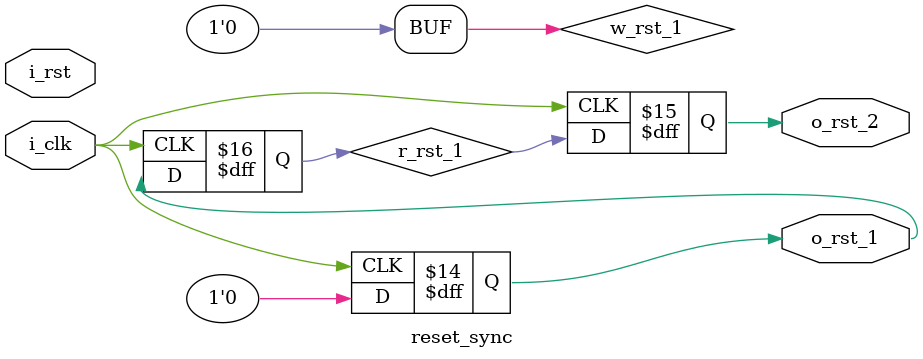
<source format=v>
`timescale 1ns/10ps

module reset_sync
	(
	 input wire [0:0] i_clk,
	 input wire [0:0] i_rst,
	
	 // = 1b'0 if i_rst if 1b'0 at least 2
	 // i_clk periods
	 output reg [0:0] o_rst_1 = 1'b0,
	 // change 1 i_clk period after o_rst_1
	 output reg [0:0] o_rst_2 = 1'b0
	);

	// can be higher to debounce a button
	reg [1:0] r_rst = 2'b00;

	reg w_rst_1 = 1'b0;
	reg r_rst_1 = 1'b0;
	
	always @ (posedge i_clk)
	begin
		r_rst[0] <= i_rst;
		r_rst[1] <= r_rst[0];
	end

	assign w_rst_1 = (o_rst_1 & (i_rst | r_rst[1] | r_rst[0])) | (i_rst & r_rst[0] & r_rst[1]);

	always @ (posedge i_clk)
	begin
		o_rst_1 <= w_rst_1;
		r_rst_1 <= o_rst_1;
		o_rst_2 <= r_rst_1;
	end

endmodule

</source>
